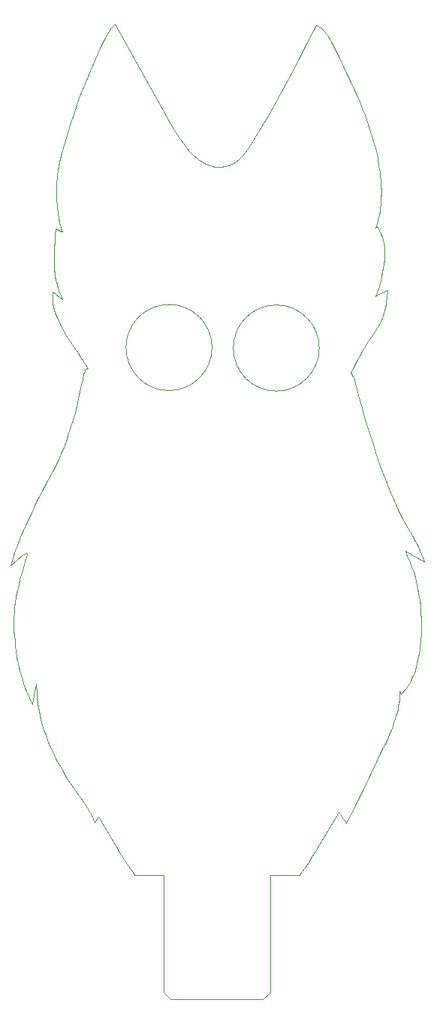
<source format=gm1>
G04 #@! TF.GenerationSoftware,KiCad,Pcbnew,8.0.8*
G04 #@! TF.CreationDate,2025-01-21T00:02:22+01:00*
G04 #@! TF.ProjectId,cerberus,63657262-6572-4757-932e-6b696361645f,rev?*
G04 #@! TF.SameCoordinates,Original*
G04 #@! TF.FileFunction,Profile,NP*
%FSLAX46Y46*%
G04 Gerber Fmt 4.6, Leading zero omitted, Abs format (unit mm)*
G04 Created by KiCad (PCBNEW 8.0.8) date 2025-01-21 00:02:22*
%MOMM*%
%LPD*%
G01*
G04 APERTURE LIST*
G04 #@! TA.AperFunction,Profile*
%ADD10C,0.000001*%
G04 #@! TD*
G04 #@! TA.AperFunction,Profile*
%ADD11C,0.050000*%
G04 #@! TD*
G04 APERTURE END LIST*
D10*
X66977271Y-68137411D02*
X67089359Y-68055981D01*
X83674604Y-79629102D02*
X83603441Y-80113562D01*
X66618918Y-68356079D02*
X66742162Y-68287720D01*
X87708271Y-123076391D02*
X87648156Y-123479331D01*
X82455405Y-100002240D02*
X82840087Y-101137610D01*
X44655695Y-129233652D02*
X44611170Y-128885858D01*
X83272479Y-134793959D02*
X82934002Y-135508903D01*
X67524545Y-67675491D02*
X67625777Y-67571516D01*
X83209610Y-76031719D02*
X83309015Y-76225872D01*
X86815886Y-113770176D02*
X86912357Y-114032503D01*
X50210185Y-140896270D02*
X50042244Y-140644546D01*
X80097636Y-141354653D02*
X79794331Y-141920608D01*
X68574745Y-66297393D02*
X69499927Y-64784424D01*
X83380811Y-85957832D02*
X83274881Y-86188051D01*
X82776775Y-66884969D02*
X82955311Y-67703847D01*
X42488293Y-124918833D02*
X42376382Y-124374089D01*
X44381866Y-127320675D02*
X44350783Y-127483944D01*
X77351659Y-54030902D02*
X77527624Y-54318070D01*
X75784455Y-53223973D02*
X76038784Y-52705877D01*
X61389125Y-66513876D02*
X61762773Y-66951336D01*
X48171381Y-88175916D02*
X47691684Y-87403543D01*
X46335437Y-102980968D02*
X46673560Y-102338948D01*
X41557694Y-113583160D02*
X42101818Y-111913166D01*
X83019244Y-83103506D02*
X83084556Y-83066436D01*
X62554946Y-67720657D02*
X62762388Y-67886206D01*
X60357096Y-65068986D02*
X60686356Y-65566143D01*
X83397233Y-76425894D02*
X83474650Y-76631404D01*
X48695903Y-138688741D02*
X48291871Y-138081498D01*
X46484944Y-134945282D02*
X46301935Y-134559600D01*
X84816482Y-106337563D02*
X85284526Y-107343510D01*
X82571287Y-66071274D02*
X82776775Y-66884969D01*
X47250353Y-86631848D02*
X47050750Y-86250307D01*
X43246754Y-112289697D02*
X43191997Y-112307006D01*
X66085395Y-68578169D02*
X66225082Y-68530867D01*
X82865479Y-75406534D02*
X83209610Y-76031719D01*
X83291988Y-81540194D02*
X83033725Y-82438518D01*
X42888221Y-126457253D02*
X42744696Y-125964310D01*
X43372370Y-112256323D02*
X43306831Y-112272718D01*
X74771066Y-147600763D02*
X74369427Y-148184494D01*
X63407415Y-68305463D02*
X63630018Y-68416686D01*
X43576737Y-108377924D02*
X43922348Y-107645400D01*
X41936356Y-120397090D02*
X41931872Y-119867745D01*
X46370171Y-84450518D02*
X46316233Y-84123491D01*
X46496469Y-77772117D02*
X46541366Y-77117608D01*
X49913166Y-90804579D02*
X49774060Y-90590478D01*
X87410466Y-115825416D02*
X87498777Y-116261437D01*
X47350663Y-75862559D02*
X47290299Y-75674224D01*
X78564415Y-141366668D02*
X75944298Y-145774696D01*
X43333087Y-112659146D02*
X43443510Y-112240764D01*
X76038784Y-52705877D02*
X76513058Y-53030692D01*
X49113710Y-95203943D02*
X49548252Y-93238342D01*
X83807483Y-103878534D02*
X84323119Y-105187547D01*
X68091540Y-67013199D02*
X68177311Y-66895903D01*
X49548252Y-93238342D02*
X49671700Y-92662144D01*
X46734792Y-71517697D02*
X46734365Y-71286278D01*
X46479384Y-79877305D02*
X46461161Y-79418335D01*
X44450000Y-127000000D02*
X44414909Y-127159319D01*
X41931872Y-119867745D02*
X41943685Y-119361747D01*
X53865085Y-145908882D02*
X53477080Y-145268825D01*
X42590687Y-110626885D02*
X42781358Y-110167611D01*
X76836092Y-53326986D02*
X77004853Y-53531194D01*
X43023361Y-112374484D02*
X42967306Y-112403625D01*
X47244907Y-83230241D02*
X47029540Y-82624354D01*
X43306831Y-112272718D02*
X43246754Y-112289697D01*
X83724272Y-79145262D02*
X83674604Y-79629102D01*
X87314315Y-124995488D02*
X87207095Y-125345814D01*
X83474650Y-76631404D02*
X83541654Y-76842020D01*
X64800390Y-68721950D02*
X64978348Y-68729209D01*
X47231289Y-75480275D02*
X47174366Y-75279752D01*
X44867957Y-130459627D02*
X44761517Y-129911682D01*
X46287433Y-82824745D02*
X47384231Y-83618131D01*
X83354011Y-72092096D02*
X83337809Y-72422970D01*
X51087342Y-142530273D02*
X50700526Y-141723587D01*
X43272574Y-109042732D02*
X43576737Y-108377924D01*
X46813409Y-73072200D02*
X46794217Y-72853734D01*
X81226786Y-62135122D02*
X81530446Y-62902296D01*
X80245355Y-59902003D02*
X80581931Y-60633795D01*
X67724183Y-67464587D02*
X67819863Y-67354997D01*
X47069702Y-74855143D02*
X47023423Y-74629137D01*
X42042321Y-122081711D02*
X41992108Y-121508422D01*
X43142420Y-112324392D02*
X43097882Y-112341603D01*
X49829317Y-92008625D02*
X49877655Y-91850511D01*
X46673560Y-102338948D02*
X46989621Y-101682033D01*
X85475083Y-127752472D02*
X85455825Y-128085383D01*
X60042494Y-64565044D02*
X60357096Y-65068986D01*
X83479640Y-85716774D02*
X83380811Y-85957832D01*
X44414909Y-127159319D02*
X44381866Y-127320675D01*
X83033725Y-82438518D02*
X82763901Y-83266191D01*
X46854550Y-69578538D02*
X46926087Y-69119943D01*
X42967306Y-112403625D02*
X42928593Y-112427001D01*
X44504419Y-127789631D02*
X44450000Y-127000000D01*
X76591680Y-53089449D02*
X76671814Y-53158764D01*
X85295491Y-129416068D02*
X85227243Y-129762211D01*
X81182219Y-95852279D02*
X81480517Y-96909938D01*
X83874096Y-84245866D02*
X83807845Y-84585276D01*
X79133175Y-57564998D02*
X79382595Y-58115344D01*
X66861575Y-68214744D02*
X66977271Y-68137411D01*
X42611226Y-125450205D02*
X42488293Y-124918833D01*
X52860050Y-53167057D02*
X53324824Y-52647948D01*
X44994156Y-131004227D02*
X44867957Y-130459627D01*
X47284423Y-101014361D02*
X47558771Y-100340069D01*
X83656774Y-85190365D02*
X83571562Y-85461933D01*
X81747076Y-88598633D02*
X81466496Y-89046549D01*
X46763752Y-72415911D02*
X46752481Y-72194911D01*
X49859565Y-140376500D02*
X49456805Y-139794708D01*
X82733185Y-75558334D02*
X82865479Y-75406534D01*
X47464888Y-87016800D02*
X47250353Y-86631848D01*
X49476881Y-90142074D02*
X49160424Y-89670818D01*
X80556305Y-93428627D02*
X80877794Y-94706064D01*
X46295919Y-83811224D02*
X46287433Y-82824745D01*
X67420387Y-67776219D02*
X67524545Y-67675491D01*
X67089359Y-68055981D02*
X67202894Y-67966757D01*
X65318846Y-68720803D02*
X65481611Y-68705657D01*
X84931425Y-130876851D02*
X84797568Y-131282942D01*
X46743878Y-71971730D02*
X46737973Y-71746086D01*
X49671700Y-92662144D02*
X49727126Y-92415321D01*
X42987413Y-113877948D02*
X43219428Y-113070208D01*
X76671814Y-53158764D02*
X76836092Y-53326986D01*
X83334644Y-70595098D02*
X83353809Y-71009527D01*
X82631874Y-87279596D02*
X82318127Y-87743373D01*
X41956611Y-120945432D02*
X41936356Y-120397090D01*
X77177056Y-53767222D02*
X77351659Y-54030902D01*
X68177311Y-66895903D02*
X68260855Y-66777413D01*
X63188614Y-68179428D02*
X63407415Y-68305463D01*
X44705623Y-129575101D02*
X44655695Y-129233652D01*
X55352162Y-148144336D02*
X54874200Y-147448238D01*
X47411652Y-76046241D02*
X47350663Y-75862559D01*
X45142537Y-131551876D02*
X44994156Y-131004227D01*
X46926087Y-69119943D02*
X47013136Y-68640872D01*
X46461161Y-79418335D02*
X46457307Y-78917681D01*
X46604395Y-76402216D02*
X46672664Y-75697742D01*
X46672664Y-75697742D02*
X47311339Y-75997921D01*
X67313203Y-67873405D02*
X67420387Y-67776219D01*
X46837777Y-82024514D02*
X46753100Y-81714863D01*
X42275974Y-123819870D02*
X42184781Y-123241784D01*
X46673722Y-135323995D02*
X46484944Y-134945282D01*
X79389404Y-142646995D02*
X78564415Y-141366668D01*
X83749344Y-78665089D02*
X83724272Y-79145262D01*
X42928593Y-112427001D02*
X42898689Y-112448360D01*
X87578786Y-123873672D02*
X87500077Y-124258454D01*
X82912529Y-86843113D02*
X82631874Y-87279596D01*
X83713296Y-77727936D02*
X83746719Y-78191632D01*
X76513058Y-53030692D02*
X76591680Y-53089449D01*
X47050750Y-86250307D02*
X46868749Y-85873799D01*
X83107513Y-74149631D02*
X82992990Y-74645958D01*
X55579478Y-148479353D02*
X55352162Y-148144336D01*
X47311339Y-75997921D02*
X47411652Y-76046241D01*
X75553205Y-146402526D02*
X75163893Y-147008995D01*
X46930237Y-82326078D02*
X46837777Y-82024514D01*
X43443510Y-112240764D02*
X43372370Y-112256323D01*
X80228642Y-92399273D02*
X80246247Y-92434105D01*
X86511683Y-113022669D02*
X86614735Y-113266230D01*
X44571490Y-128530242D02*
X44536093Y-128165325D01*
X60686356Y-65566143D02*
X61030342Y-66049959D01*
X64298827Y-89071299D02*
G75*
G02*
X54598827Y-89071299I-4850000J0D01*
G01*
X54598827Y-89071299D02*
G75*
G02*
X64298827Y-89071299I4850000J0D01*
G01*
X80166612Y-91395602D02*
X79924915Y-91883583D01*
X43191997Y-112307006D02*
X43142420Y-112324392D01*
X86827094Y-126312479D02*
X86680704Y-126603388D01*
X52545933Y-53613875D02*
X52716269Y-53352019D01*
X85724201Y-108220316D02*
X86132462Y-108982908D01*
X87837796Y-119019211D02*
X87861549Y-119490830D01*
X44611170Y-128885858D02*
X44571490Y-128530242D01*
X50281730Y-91399135D02*
X50167903Y-91209520D01*
X65639537Y-68683562D02*
X65792734Y-68654776D01*
X66742162Y-68287720D02*
X66861575Y-68214744D01*
X81818515Y-63678902D02*
X82088684Y-64463761D01*
X80877794Y-94706064D02*
X81182219Y-95852279D01*
X84468174Y-132163396D02*
X84269701Y-132643244D01*
X83409032Y-81072155D02*
X83291988Y-81540194D01*
X46835208Y-73290682D02*
X46813409Y-73072200D01*
X86963568Y-126005272D02*
X86827094Y-126312479D01*
X47290299Y-75674224D02*
X47231289Y-75480275D01*
X74135372Y-148483451D02*
X70850037Y-148480000D01*
X80548515Y-93399303D02*
X80556305Y-93428627D01*
X43374291Y-127770149D02*
X43287851Y-127571458D01*
X50044747Y-91011131D02*
X49913166Y-90804579D01*
X47558771Y-100340069D02*
X47813470Y-99663294D01*
X77004853Y-53531194D02*
X77177056Y-53767222D01*
X52135366Y-54348179D02*
X52545933Y-53613875D01*
X83084556Y-83066436D02*
X83150441Y-83030948D01*
X64320736Y-68653294D02*
X64558640Y-68697077D01*
X44046467Y-129262123D02*
X43374291Y-127770149D01*
X87313335Y-115399460D02*
X87410466Y-115825416D01*
X84269701Y-132643244D02*
X84046754Y-133153162D01*
X42032030Y-118182278D02*
X42076818Y-117811831D01*
X50520354Y-57874321D02*
X51103038Y-56518572D01*
X50167903Y-91209520D02*
X50044747Y-91011131D01*
X81298643Y-138939223D02*
X80460978Y-140642950D01*
X85429705Y-128415456D02*
X85395254Y-128745433D01*
X49774060Y-90590478D02*
X49476881Y-90142074D01*
X45744987Y-133277043D02*
X45515530Y-132681891D01*
X79924915Y-91883583D02*
X80129193Y-92225424D01*
X83934416Y-83877954D02*
X83874096Y-84245866D01*
X46734365Y-71286278D02*
X46736719Y-71051548D01*
X45755452Y-104046103D02*
X46335437Y-102980968D01*
X42633313Y-115127496D02*
X42987413Y-113877948D01*
X83306145Y-70180747D02*
X83334644Y-70595098D01*
X52716269Y-53352019D02*
X52860050Y-53167057D01*
X87648614Y-111713396D02*
X87727574Y-111902061D01*
X87761815Y-118081271D02*
X87837796Y-119019211D01*
X83735470Y-84899128D02*
X83656774Y-85190365D01*
X80246247Y-92434105D02*
X80548515Y-93399303D01*
X51103038Y-56518572D02*
X51647888Y-55329802D01*
X77703908Y-54624558D02*
X77879471Y-54946202D01*
X84643640Y-131710877D02*
X84468174Y-132163396D01*
X86912357Y-114032503D02*
X87005005Y-114303028D01*
X84797568Y-131282942D02*
X84643640Y-131710877D01*
X83314371Y-72740192D02*
X83284236Y-73044564D01*
X82341155Y-65263843D02*
X82571287Y-66071274D01*
X66225082Y-68530867D02*
X66360490Y-68477912D01*
X49972748Y-91629150D02*
X50060521Y-91485771D01*
X44745150Y-105978796D02*
X45225959Y-105045512D01*
X64558640Y-68697077D02*
X64800390Y-68721950D01*
X54874200Y-147448238D02*
X54379212Y-146704535D01*
X79555454Y-58482068D02*
X79902426Y-59184367D01*
X86132462Y-108982908D02*
X86842549Y-110225166D01*
X85580399Y-128116676D02*
X85475083Y-127752472D01*
X46761561Y-70427004D02*
X46799412Y-70014834D01*
X87411948Y-124632714D02*
X87314315Y-124995488D01*
X50042244Y-140644546D02*
X49859565Y-140376500D01*
X86304695Y-112547512D02*
X86511683Y-113022669D01*
X87560274Y-111521975D02*
X87648614Y-111713396D01*
X83541654Y-76842020D02*
X83598633Y-77057363D01*
X87880076Y-120433140D02*
X87874649Y-120901341D01*
X82107082Y-98945074D02*
X82455405Y-100002240D01*
X87648540Y-117158694D02*
X87709789Y-117617440D01*
X86357842Y-127132460D02*
X86181206Y-127368698D01*
X87648156Y-123479331D02*
X87578786Y-123873672D01*
X67912916Y-67243040D02*
X68003441Y-67129010D01*
X82840087Y-101137610D02*
X83272621Y-102395595D01*
X58595900Y-62010660D02*
X59456983Y-63563038D01*
X79382595Y-58115344D02*
X79480370Y-58326468D01*
X46610857Y-81052099D02*
X46555173Y-80689387D01*
X85284526Y-107343510D02*
X85724201Y-108220316D01*
X46868749Y-85873799D02*
X46707021Y-85503945D01*
X81783623Y-97921703D02*
X82107082Y-98945074D01*
X50700526Y-141723587D02*
X50657343Y-141636958D01*
X83272621Y-102395595D02*
X83807483Y-103878534D01*
X49948927Y-91672357D02*
X49972748Y-91629150D01*
X87207095Y-125345814D02*
X87090207Y-125682730D01*
X42376382Y-124374089D02*
X42275974Y-123819870D01*
X74958598Y-54880274D02*
X75784455Y-53223973D01*
X49727126Y-92415321D02*
X49779403Y-92197188D01*
X68003441Y-67129010D02*
X68091540Y-67013199D01*
X47065260Y-136059805D02*
X46867438Y-135695562D01*
X41964923Y-118956337D02*
X41994551Y-118563480D01*
X43058243Y-112358384D02*
X43023361Y-112374484D01*
X48467706Y-97659456D02*
X48820358Y-96387011D01*
X49925203Y-91723726D02*
X49948927Y-91672357D01*
X65151129Y-68728740D02*
X65318846Y-68720803D01*
X83603441Y-80113562D02*
X83513883Y-80595596D01*
X83807845Y-84585276D02*
X83735470Y-84899128D01*
X46799412Y-70014834D02*
X46854550Y-69578538D01*
X84100079Y-82585910D02*
X83989002Y-83478597D01*
X83268602Y-69766609D02*
X83306145Y-70180747D01*
X82318127Y-87743373D02*
X82035298Y-88159256D01*
X80129193Y-92225424D02*
X80193430Y-92335678D01*
X80193430Y-92335678D02*
X80228642Y-92399273D01*
X46859580Y-73509447D02*
X46835208Y-73290682D01*
X75944298Y-145774696D02*
X75553205Y-146402526D01*
X47114809Y-68143152D02*
X47358480Y-67099063D01*
X76394152Y-89126867D02*
G75*
G02*
X66694152Y-89126867I-4850000J0D01*
G01*
X66694152Y-89126867D02*
G75*
G02*
X76394152Y-89126867I4850000J0D01*
G01*
X42781358Y-110167611D02*
X43008051Y-109639427D01*
X46555173Y-80689387D02*
X46511035Y-80299389D01*
X53324824Y-52647948D02*
X58595900Y-62010660D01*
X86842549Y-110225166D02*
X87116432Y-110696447D01*
X63856434Y-68512279D02*
X64086670Y-68591421D01*
X46301935Y-134559600D02*
X46006315Y-133900815D01*
X79480370Y-58326468D02*
X79555454Y-58482068D01*
X83150441Y-83030948D02*
X83216890Y-82997111D01*
X46982154Y-74392715D02*
X46915916Y-73948902D01*
X85395254Y-128745433D02*
X85351006Y-129078056D01*
X46915916Y-73948902D02*
X46886494Y-73728764D01*
X48291871Y-138081498D02*
X47880985Y-137439979D01*
X46753100Y-81714863D02*
X46677146Y-81392324D01*
X82088684Y-64463761D02*
X82341155Y-65263843D01*
X83284236Y-73044564D02*
X83247944Y-73336891D01*
X46455061Y-84790684D02*
X46370171Y-84450518D01*
X83353809Y-71009527D02*
X83362550Y-71386178D01*
X83598633Y-77057363D02*
X83645975Y-77277050D01*
X49456805Y-139794708D02*
X48695903Y-138688741D01*
X46677146Y-81392324D02*
X46610857Y-81052099D01*
X49877655Y-91850511D02*
X49925203Y-91723726D01*
X49319636Y-60926073D02*
X49919374Y-59356878D01*
X83040936Y-86627748D02*
X82912529Y-86843113D01*
X85046678Y-130489860D02*
X84931425Y-130876851D01*
X82955311Y-67703847D02*
X83104590Y-68526825D01*
X62973608Y-68039403D02*
X63188614Y-68179428D01*
X81480517Y-96909938D02*
X81783623Y-97921703D01*
X47691684Y-87403543D02*
X47464888Y-87016800D01*
X87462720Y-111326185D02*
X87560274Y-111521975D01*
X51492711Y-141898185D02*
X51087342Y-142530273D01*
X46541366Y-77117608D02*
X46604395Y-76402216D01*
X61030342Y-66049959D02*
X61389125Y-66513876D01*
X88219769Y-113147937D02*
X86079369Y-112028911D01*
X82890373Y-83182108D02*
X82954513Y-83142087D01*
X86079369Y-112028911D02*
X86190679Y-112287166D01*
X87727574Y-111902061D02*
X88219769Y-113147937D01*
X87090207Y-125682730D02*
X86963568Y-126005272D01*
X83216890Y-82997111D02*
X83283894Y-82964998D01*
X48820358Y-96387011D02*
X49113710Y-95203943D01*
X44311216Y-106845558D02*
X44745150Y-105978796D01*
X78224275Y-55618290D02*
X78553710Y-56301004D01*
X84323119Y-105187547D02*
X84816482Y-106337563D01*
X53477080Y-145268825D02*
X52839794Y-144192909D01*
X45515530Y-132681891D02*
X45315520Y-132108966D01*
X83274881Y-86188051D02*
X83161654Y-86410376D01*
X77527624Y-54318070D02*
X77703908Y-54624558D01*
X63630018Y-68416686D02*
X63856434Y-68512279D01*
X50216945Y-91424152D02*
X50281730Y-91399135D01*
X46736719Y-71051548D02*
X46741883Y-70813224D01*
X46752481Y-72194911D02*
X46743878Y-71971730D01*
X82763901Y-83266191D02*
X82826833Y-83223500D01*
X54379212Y-146704535D02*
X53865085Y-145908882D01*
X87240633Y-110915036D02*
X87356117Y-111124410D01*
X47358480Y-67099063D02*
X47650001Y-66002277D01*
X85351006Y-129078056D02*
X85295491Y-129416068D01*
X86716407Y-113515076D02*
X86815886Y-113770176D01*
X79794331Y-141920608D02*
X79389404Y-142646995D01*
X87874649Y-120901341D02*
X87859293Y-121365915D01*
X82934002Y-135508903D02*
X81298643Y-138939223D01*
X83161654Y-86410376D02*
X83040936Y-86627748D01*
X87801064Y-122248571D02*
X87759213Y-122665817D01*
X83797866Y-133695892D02*
X83521568Y-134274177D01*
X42744696Y-125964310D02*
X42611226Y-125450205D01*
X78553710Y-56301004D02*
X79133175Y-57564998D01*
X80413959Y-90912969D02*
X80166612Y-91395602D01*
X42186157Y-117099603D02*
X42318238Y-116419602D01*
X83222303Y-69352819D02*
X83268602Y-69766609D01*
X68260855Y-66777413D02*
X68421657Y-66538028D01*
X46741883Y-70813224D02*
X46761561Y-70427004D01*
X83989002Y-83478597D02*
X83934416Y-83877954D01*
X62762388Y-67886206D02*
X62973608Y-68039403D01*
X72244038Y-60013874D02*
X73181640Y-58289391D01*
X43008051Y-109639427D02*
X43272574Y-109042732D01*
X46867438Y-135695562D02*
X46673722Y-135323995D01*
X83309015Y-76225872D02*
X83397233Y-76425894D01*
X86524314Y-126877036D02*
X86357842Y-127132460D01*
X87498777Y-116261437D02*
X87578169Y-116706278D01*
X46737973Y-71746086D02*
X46734792Y-71517697D01*
X47650001Y-66002277D02*
X47982273Y-64867393D01*
X47813470Y-99663294D02*
X48049322Y-98988176D01*
X83104590Y-68526825D02*
X83222303Y-69352819D01*
X83571562Y-85461933D02*
X83479640Y-85716774D01*
X46707021Y-85503945D02*
X46568235Y-85142366D01*
X47013136Y-68640872D02*
X47114809Y-68143152D01*
X71340409Y-61630433D02*
X72244038Y-60013874D01*
X47982273Y-64867393D02*
X48348199Y-63709013D01*
X51647888Y-55329802D02*
X52135366Y-54348179D01*
X87093018Y-114582721D02*
X87207485Y-114984813D01*
X65792734Y-68654776D02*
X65941316Y-68619558D01*
X47023423Y-74629137D02*
X46982154Y-74392715D01*
X47469898Y-136765607D02*
X47065260Y-136059805D01*
X87005005Y-114303028D02*
X87093018Y-114582721D01*
X81193226Y-89502473D02*
X80926934Y-89965872D01*
X87861549Y-119490830D02*
X87875676Y-119962554D01*
X64978348Y-68729209D02*
X65151129Y-68728740D01*
X46468763Y-78370541D02*
X46496469Y-77772117D01*
X87356117Y-111124410D02*
X87462720Y-111326185D01*
X83645975Y-77277050D02*
X83713296Y-77727936D01*
X74088744Y-56573469D02*
X74958598Y-54880274D01*
X82826833Y-83223500D02*
X82890373Y-83182108D01*
X87116432Y-110696447D02*
X87240633Y-110915036D01*
X64086670Y-68591421D02*
X64320736Y-68653294D01*
X44536093Y-128165325D02*
X44504419Y-127789631D01*
X42184781Y-123241784D02*
X42106721Y-122660948D01*
X83513883Y-80595596D02*
X83409032Y-81072155D01*
X48740678Y-62541738D02*
X49319636Y-60926073D01*
X61762773Y-66951336D02*
X62151357Y-67355782D01*
X85144795Y-130119228D02*
X85046678Y-130489860D01*
X43287851Y-127571458D02*
X43203502Y-127364068D01*
X80909844Y-61378561D02*
X81226786Y-62135122D01*
X86190679Y-112287166D02*
X86304695Y-112547512D01*
X67202894Y-67966757D02*
X67313203Y-67873405D01*
X47029540Y-82624354D02*
X46930237Y-82326078D01*
X49160424Y-89670818D02*
X48668082Y-88935997D01*
X67819863Y-67354997D02*
X67912916Y-67243040D01*
X65481611Y-68705657D02*
X65639537Y-68683562D01*
X46457307Y-78917681D02*
X46468763Y-78370541D01*
X44321569Y-127649002D02*
X44046467Y-129262123D01*
X70423760Y-63224694D02*
X71340409Y-61630433D01*
X82992990Y-74645958D02*
X82866776Y-75113383D01*
X42310174Y-111337116D02*
X42590687Y-110626885D01*
X52839794Y-144192909D02*
X51492711Y-141898185D01*
X77879471Y-54946202D02*
X78224275Y-55618290D01*
X43097882Y-112341603D02*
X43058243Y-112358384D01*
X80926934Y-89965872D02*
X80667289Y-90436215D01*
X79902426Y-59184367D02*
X80245355Y-59902003D01*
X49919374Y-59356878D02*
X50520354Y-57874321D01*
X46316233Y-84123491D02*
X46295919Y-83811224D01*
X46777664Y-72635013D02*
X46763752Y-72415911D01*
X49779403Y-92197188D02*
X49829317Y-92008625D01*
X50608560Y-141545330D02*
X50495045Y-141347479D01*
X74369427Y-148184494D02*
X74135372Y-148483451D01*
X42106721Y-122660948D02*
X42042321Y-122081711D01*
X44350783Y-127483944D02*
X44321569Y-127649002D01*
X75163893Y-147008995D02*
X74771066Y-147600763D01*
X86680704Y-126603388D02*
X86524314Y-126877036D01*
X86614735Y-113266230D02*
X86716407Y-113515076D01*
X47174366Y-75279752D02*
X47120260Y-75071695D01*
X80581931Y-60633795D02*
X80909844Y-61378561D01*
X87500077Y-124258454D02*
X87411948Y-124632714D01*
X62151357Y-67355782D02*
X62554946Y-67720657D01*
X46794217Y-72853734D02*
X46777664Y-72635013D01*
X43203502Y-127364068D02*
X43041317Y-126925137D01*
X50361686Y-141130854D02*
X50210185Y-140896270D01*
X83362550Y-71386178D02*
X83362438Y-71746767D01*
X81466496Y-89046549D02*
X81193226Y-89502473D01*
X67625777Y-67571516D02*
X67724183Y-67464587D01*
X47120260Y-75071695D02*
X47069702Y-74855143D01*
X50060521Y-91485771D02*
X50216945Y-91424152D01*
X42318238Y-116419602D02*
X42468733Y-115764632D01*
X80667289Y-90436215D02*
X80413959Y-90912969D01*
X82866776Y-75113383D02*
X82733185Y-75558334D01*
X50657343Y-141636958D02*
X50608560Y-141545330D01*
X50495045Y-141347479D02*
X50361686Y-141130854D01*
X43219428Y-113070208D02*
X43333087Y-112659146D01*
X83206033Y-73617976D02*
X83107513Y-74149631D01*
X42898689Y-112448360D02*
X41557694Y-113583160D01*
X87859293Y-121365915D02*
X87833908Y-121825615D01*
X83362438Y-71746767D02*
X83354011Y-72092096D01*
X48049322Y-98988176D02*
X48467706Y-97659456D01*
X83337809Y-72422970D02*
X83314371Y-72740192D01*
X46006315Y-133900815D02*
X45744987Y-133277043D01*
X82035298Y-88159256D02*
X81747076Y-88598633D01*
X43922348Y-107645400D02*
X44311216Y-106845558D01*
X87759213Y-122665817D02*
X87708271Y-123076391D01*
X87578169Y-116706278D02*
X87648540Y-117158694D01*
X87709789Y-117617440D02*
X87761815Y-118081271D01*
X48348199Y-63709013D02*
X48740678Y-62541738D01*
X80460978Y-140642950D02*
X80097636Y-141354653D01*
X46568235Y-85142366D02*
X46455061Y-84790684D01*
X66491732Y-68419563D02*
X66618918Y-68356079D01*
X41943685Y-119361747D02*
X41964923Y-118956337D01*
X66360490Y-68477912D02*
X66491732Y-68419563D01*
X41994551Y-118563480D02*
X42032030Y-118182278D01*
X81530446Y-62902296D02*
X81818515Y-63678902D01*
X82954513Y-83142087D02*
X83019244Y-83103506D01*
X47880985Y-137439979D02*
X47469898Y-136765607D01*
X69499927Y-64784424D02*
X70423760Y-63224694D01*
X87833908Y-121825615D02*
X87801064Y-122248571D01*
X48668082Y-88935997D02*
X48171381Y-88175916D01*
X65941316Y-68619558D02*
X66085395Y-68578169D01*
X68421657Y-66538028D02*
X68574745Y-66297393D01*
X59456983Y-63563038D02*
X60042494Y-64565044D01*
X47384231Y-83618131D02*
X47244907Y-83230241D01*
X85455825Y-128085383D02*
X85429705Y-128415456D01*
X42101818Y-111913166D02*
X42310174Y-111337116D01*
X46511035Y-80299389D02*
X46479384Y-79877305D01*
X43041317Y-126925137D02*
X42888221Y-126457253D01*
X42468733Y-115764632D02*
X42633313Y-115127496D01*
X73181640Y-58289391D02*
X74088744Y-56573469D01*
X46886494Y-73728764D02*
X46859580Y-73509447D01*
X42076818Y-117811831D02*
X42186157Y-117099603D01*
X45225959Y-105045512D02*
X45755452Y-104046103D01*
X46989621Y-101682033D02*
X47284423Y-101014361D01*
X83247944Y-73336891D02*
X83206033Y-73617976D01*
X87207485Y-114984813D02*
X87313335Y-115399460D01*
X45315520Y-132108966D02*
X45142537Y-131551876D01*
X85227243Y-129762211D02*
X85144795Y-130119228D01*
X83283894Y-82964998D02*
X84100079Y-82585910D01*
X87875676Y-119962554D02*
X87880076Y-120433140D01*
X83746719Y-78191632D02*
X83749344Y-78665089D01*
X44761517Y-129911682D02*
X44705623Y-129575101D01*
X86181206Y-127368698D02*
X85580399Y-128116676D01*
X84046754Y-133153162D02*
X83797866Y-133695892D01*
X83521568Y-134274177D02*
X83272479Y-134793959D01*
X41992108Y-121508422D02*
X41956611Y-120945432D01*
X58850037Y-148480000D02*
X55579478Y-148479353D01*
D11*
X59650037Y-162480000D02*
X70050037Y-162480000D01*
X70850037Y-161680000D02*
X70050037Y-162480000D01*
X58850037Y-161680000D02*
X59650037Y-162480000D01*
X70850037Y-161680000D02*
X70850037Y-148480000D01*
X58850037Y-161680000D02*
X58850037Y-148480000D01*
M02*

</source>
